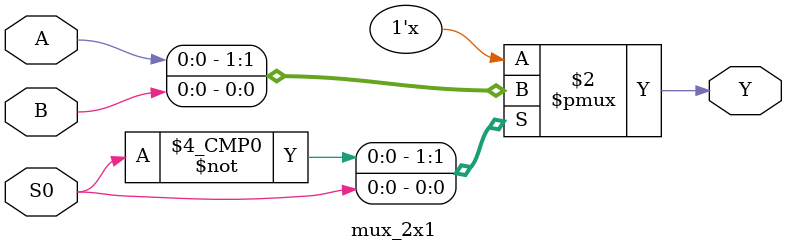
<source format=v>
module mux_2x1(A,B,S0,Y); //onoma module/ dhlwsh eisodwn/ejodwn
input A,B,S0; //eisodoi 
output reg Y; //ejodos(reg giati orizw thn timh tou mesa sto programma)

always @(*) begin  //kathe fora pou ekteleitai to programma kane ta parakatw
case({S0})  //analoga me thn timh tou arithmou S0(1 bit) dwse sto Y thn antistoixh timh
0 : Y=A;  //periptwsh 0
1 : Y=B; //periptwsh 1

endcase  
end  
endmodule 


</source>
